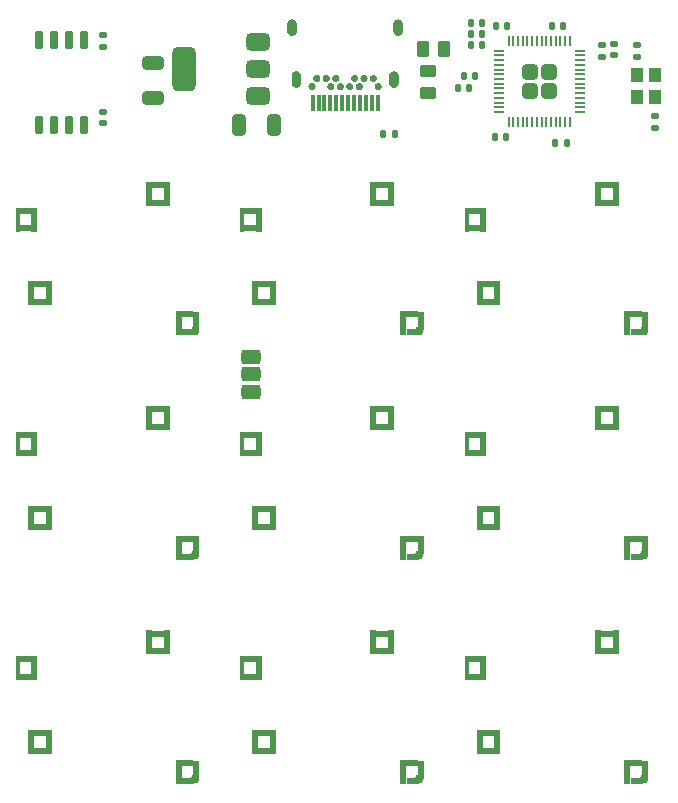
<source format=gtp>
%TF.GenerationSoftware,KiCad,Pcbnew,8.0.8*%
%TF.CreationDate,2025-02-13T21:53:56+01:00*%
%TF.ProjectId,macro33,6d616372-6f33-4332-9e6b-696361645f70,2*%
%TF.SameCoordinates,Original*%
%TF.FileFunction,Paste,Top*%
%TF.FilePolarity,Positive*%
%FSLAX46Y46*%
G04 Gerber Fmt 4.6, Leading zero omitted, Abs format (unit mm)*
G04 Created by KiCad (PCBNEW 8.0.8) date 2025-02-13 21:53:56*
%MOMM*%
%LPD*%
G01*
G04 APERTURE LIST*
G04 Aperture macros list*
%AMRoundRect*
0 Rectangle with rounded corners*
0 $1 Rounding radius*
0 $2 $3 $4 $5 $6 $7 $8 $9 X,Y pos of 4 corners*
0 Add a 4 corners polygon primitive as box body*
4,1,4,$2,$3,$4,$5,$6,$7,$8,$9,$2,$3,0*
0 Add four circle primitives for the rounded corners*
1,1,$1+$1,$2,$3*
1,1,$1+$1,$4,$5*
1,1,$1+$1,$6,$7*
1,1,$1+$1,$8,$9*
0 Add four rect primitives between the rounded corners*
20,1,$1+$1,$2,$3,$4,$5,0*
20,1,$1+$1,$4,$5,$6,$7,0*
20,1,$1+$1,$6,$7,$8,$9,0*
20,1,$1+$1,$8,$9,$2,$3,0*%
G04 Aperture macros list end*
%ADD10C,0.000000*%
%ADD11RoundRect,0.140000X-0.170000X0.140000X-0.170000X-0.140000X0.170000X-0.140000X0.170000X0.140000X0*%
%ADD12RoundRect,0.250000X-0.262500X-0.450000X0.262500X-0.450000X0.262500X0.450000X-0.262500X0.450000X0*%
%ADD13RoundRect,0.375000X0.625000X0.375000X-0.625000X0.375000X-0.625000X-0.375000X0.625000X-0.375000X0*%
%ADD14RoundRect,0.500000X0.500000X1.400000X-0.500000X1.400000X-0.500000X-1.400000X0.500000X-1.400000X0*%
%ADD15RoundRect,0.250000X0.450000X-0.262500X0.450000X0.262500X-0.450000X0.262500X-0.450000X-0.262500X0*%
%ADD16RoundRect,0.135000X0.135000X0.185000X-0.135000X0.185000X-0.135000X-0.185000X0.135000X-0.185000X0*%
%ADD17RoundRect,0.140000X0.140000X0.170000X-0.140000X0.170000X-0.140000X-0.170000X0.140000X-0.170000X0*%
%ADD18RoundRect,0.140000X-0.140000X-0.170000X0.140000X-0.170000X0.140000X0.170000X-0.140000X0.170000X0*%
%ADD19RoundRect,0.249999X0.395001X-0.395001X0.395001X0.395001X-0.395001X0.395001X-0.395001X-0.395001X0*%
%ADD20RoundRect,0.050000X0.050000X-0.387500X0.050000X0.387500X-0.050000X0.387500X-0.050000X-0.387500X0*%
%ADD21RoundRect,0.050000X0.387500X-0.050000X0.387500X0.050000X-0.387500X0.050000X-0.387500X-0.050000X0*%
%ADD22RoundRect,0.140000X0.170000X-0.140000X0.170000X0.140000X-0.170000X0.140000X-0.170000X-0.140000X0*%
%ADD23R,0.300000X1.400000*%
%ADD24RoundRect,0.135000X0.185000X-0.135000X0.185000X0.135000X-0.185000X0.135000X-0.185000X-0.135000X0*%
%ADD25RoundRect,0.315500X-0.506000X-0.315500X0.506000X-0.315500X0.506000X0.315500X-0.506000X0.315500X0*%
%ADD26RoundRect,0.150000X-0.150000X0.650000X-0.150000X-0.650000X0.150000X-0.650000X0.150000X0.650000X0*%
%ADD27RoundRect,0.250000X-0.650000X0.325000X-0.650000X-0.325000X0.650000X-0.325000X0.650000X0.325000X0*%
%ADD28R,1.100000X1.200000*%
%ADD29RoundRect,0.250000X0.325000X0.650000X-0.325000X0.650000X-0.325000X-0.650000X0.325000X-0.650000X0*%
%ADD30R,0.300000X2.000000*%
%ADD31R,1.000000X0.500000*%
%ADD32R,0.500000X2.000000*%
%ADD33R,1.125000X0.500000*%
%ADD34C,0.750000*%
%ADD35R,0.500000X1.625000*%
G04 APERTURE END LIST*
D10*
%TO.C,USBC1*%
G36*
X79150000Y-72998500D02*
G01*
X78850500Y-72998500D01*
X78850500Y-71599000D01*
X79150000Y-71599000D01*
X79150000Y-72998500D01*
G37*
G36*
X79650500Y-72998500D02*
G01*
X79351000Y-72998500D01*
X79351000Y-71599000D01*
X79650500Y-71599000D01*
X79650500Y-72998500D01*
G37*
G36*
X80151000Y-72998500D02*
G01*
X79851000Y-72998500D01*
X79851000Y-71599000D01*
X80151000Y-71599000D01*
X80151000Y-72998500D01*
G37*
G36*
X80651500Y-72998500D02*
G01*
X80349000Y-72998500D01*
X80349000Y-71599000D01*
X80651500Y-71599000D01*
X80651500Y-72998500D01*
G37*
G36*
X81149000Y-72998500D02*
G01*
X80849500Y-72998500D01*
X80849500Y-71599000D01*
X81149000Y-71599000D01*
X81149000Y-72998500D01*
G37*
G36*
X81649500Y-72998500D02*
G01*
X81350000Y-72998500D01*
X81350000Y-71599000D01*
X81649500Y-71599000D01*
X81649500Y-72998500D01*
G37*
G36*
X82150000Y-72998500D02*
G01*
X81850000Y-72998500D01*
X81850000Y-71599000D01*
X82150000Y-71599000D01*
X82150000Y-72998500D01*
G37*
G36*
X82650500Y-72998500D02*
G01*
X82350500Y-72998500D01*
X82350500Y-71599000D01*
X82650500Y-71599000D01*
X82650500Y-72998500D01*
G37*
G36*
X83150500Y-72998500D02*
G01*
X82851000Y-72998500D01*
X82851000Y-71599000D01*
X83150500Y-71599000D01*
X83150500Y-72998500D01*
G37*
G36*
X83651000Y-72998500D02*
G01*
X83351500Y-72998500D01*
X83351500Y-71599000D01*
X83651000Y-71599000D01*
X83651000Y-72998500D01*
G37*
G36*
X84151500Y-72998500D02*
G01*
X83849000Y-72998500D01*
X83849000Y-71599000D01*
X84151500Y-71599000D01*
X84151500Y-72998500D01*
G37*
G36*
X84649000Y-72998500D02*
G01*
X84349500Y-72998500D01*
X84349500Y-71599000D01*
X84649000Y-71599000D01*
X84649000Y-72998500D01*
G37*
G36*
X78981500Y-70599500D02*
G01*
X79006500Y-70603500D01*
X79031000Y-70609000D01*
X79054500Y-70617000D01*
X79078000Y-70626500D01*
X79100000Y-70638000D01*
X79121500Y-70651500D01*
X79141500Y-70667000D01*
X79160000Y-70683500D01*
X79177500Y-70702000D01*
X79193000Y-70721500D01*
X79207000Y-70742500D01*
X79219000Y-70764500D01*
X79229000Y-70787500D01*
X79237500Y-70811500D01*
X79243500Y-70835500D01*
X79248000Y-70860500D01*
X79250000Y-70885500D01*
X79250000Y-70910500D01*
X79248000Y-70935500D01*
X79243500Y-70960500D01*
X79237500Y-70984500D01*
X79229000Y-71008500D01*
X79219000Y-71031500D01*
X79207000Y-71053500D01*
X79193000Y-71074500D01*
X79177500Y-71094000D01*
X79160000Y-71112500D01*
X79141500Y-71129000D01*
X79121500Y-71144500D01*
X79100000Y-71158000D01*
X79078000Y-71169500D01*
X79054500Y-71179000D01*
X79031000Y-71187000D01*
X79006500Y-71192500D01*
X78981500Y-71196500D01*
X78956500Y-71198000D01*
X78931500Y-71197500D01*
X78906500Y-71195000D01*
X78881500Y-71190000D01*
X78857500Y-71183500D01*
X78834000Y-71174500D01*
X78811000Y-71164000D01*
X78789500Y-71151500D01*
X78769000Y-71137000D01*
X78749500Y-71121000D01*
X78731500Y-71103500D01*
X78715000Y-71084500D01*
X78700500Y-71064000D01*
X78687500Y-71042500D01*
X78676000Y-71020000D01*
X78667000Y-70996500D01*
X78659500Y-70972500D01*
X78654500Y-70948000D01*
X78651000Y-70923000D01*
X78650000Y-70898000D01*
X78651000Y-70873000D01*
X78654500Y-70848000D01*
X78659500Y-70823500D01*
X78667000Y-70799500D01*
X78676000Y-70776000D01*
X78687500Y-70753500D01*
X78700500Y-70732000D01*
X78715000Y-70711500D01*
X78731500Y-70692500D01*
X78749500Y-70675000D01*
X78769000Y-70659000D01*
X78789500Y-70644500D01*
X78811000Y-70632000D01*
X78834000Y-70621500D01*
X78857500Y-70612500D01*
X78881500Y-70606000D01*
X78906500Y-70601000D01*
X78931500Y-70598500D01*
X78956500Y-70598000D01*
X78981500Y-70599500D01*
G37*
G36*
X79381500Y-69899500D02*
G01*
X79406500Y-69903500D01*
X79431000Y-69909000D01*
X79455000Y-69917000D01*
X79478000Y-69926500D01*
X79500000Y-69938000D01*
X79521500Y-69951500D01*
X79541500Y-69967000D01*
X79560000Y-69983500D01*
X79577500Y-70002000D01*
X79593000Y-70021500D01*
X79607000Y-70042500D01*
X79619000Y-70064500D01*
X79629000Y-70087500D01*
X79637500Y-70111500D01*
X79643500Y-70135500D01*
X79648000Y-70160500D01*
X79650000Y-70185500D01*
X79650000Y-70210500D01*
X79648000Y-70235500D01*
X79643500Y-70260500D01*
X79637500Y-70284500D01*
X79629000Y-70308500D01*
X79619000Y-70331500D01*
X79607000Y-70353500D01*
X79593000Y-70374500D01*
X79577500Y-70394000D01*
X79560000Y-70412500D01*
X79541500Y-70429000D01*
X79521500Y-70444500D01*
X79500000Y-70458000D01*
X79478000Y-70469500D01*
X79455000Y-70479000D01*
X79431000Y-70487000D01*
X79406500Y-70492500D01*
X79381500Y-70496500D01*
X79356500Y-70498000D01*
X79331500Y-70497500D01*
X79306500Y-70495000D01*
X79281500Y-70490000D01*
X79257500Y-70483500D01*
X79234000Y-70474500D01*
X79211000Y-70464000D01*
X79189500Y-70451500D01*
X79169000Y-70437000D01*
X79149500Y-70421000D01*
X79131500Y-70403500D01*
X79115000Y-70384500D01*
X79100500Y-70364000D01*
X79087500Y-70342500D01*
X79076000Y-70320000D01*
X79067000Y-70296500D01*
X79059500Y-70272500D01*
X79054500Y-70248000D01*
X79051000Y-70223000D01*
X79050000Y-70198000D01*
X79051000Y-70173000D01*
X79054500Y-70148000D01*
X79059500Y-70123500D01*
X79067000Y-70099500D01*
X79076000Y-70076000D01*
X79087500Y-70053500D01*
X79100500Y-70032000D01*
X79115000Y-70011500D01*
X79131500Y-69992500D01*
X79149500Y-69975000D01*
X79169000Y-69959000D01*
X79189500Y-69944500D01*
X79211000Y-69932000D01*
X79234000Y-69921500D01*
X79257500Y-69912500D01*
X79281500Y-69906000D01*
X79306500Y-69901000D01*
X79331500Y-69898500D01*
X79356500Y-69898000D01*
X79381500Y-69899500D01*
G37*
G36*
X80181500Y-69899500D02*
G01*
X80206500Y-69903500D01*
X80230500Y-69909000D01*
X80254500Y-69917000D01*
X80278000Y-69926500D01*
X80300000Y-69938000D01*
X80321500Y-69951500D01*
X80341500Y-69967000D01*
X80360000Y-69983500D01*
X80377000Y-70002000D01*
X80393000Y-70021500D01*
X80406500Y-70042500D01*
X80419000Y-70064500D01*
X80429000Y-70087500D01*
X80437500Y-70111500D01*
X80443500Y-70135500D01*
X80447500Y-70160500D01*
X80450000Y-70185500D01*
X80450000Y-70210500D01*
X80447500Y-70235500D01*
X80443500Y-70260500D01*
X80437500Y-70284500D01*
X80429000Y-70308500D01*
X80419000Y-70331500D01*
X80406500Y-70353500D01*
X80393000Y-70374500D01*
X80377000Y-70394000D01*
X80360000Y-70412500D01*
X80341500Y-70429000D01*
X80321500Y-70444500D01*
X80300000Y-70458000D01*
X80278000Y-70469500D01*
X80254500Y-70479000D01*
X80230500Y-70487000D01*
X80206500Y-70492500D01*
X80181500Y-70496500D01*
X80156500Y-70498000D01*
X80131000Y-70497500D01*
X80106000Y-70495000D01*
X80081500Y-70490000D01*
X80057500Y-70483500D01*
X80034000Y-70474500D01*
X80011000Y-70464000D01*
X79989500Y-70451500D01*
X79968500Y-70437000D01*
X79949500Y-70421000D01*
X79931500Y-70403500D01*
X79915000Y-70384500D01*
X79900000Y-70364000D01*
X79887000Y-70342500D01*
X79876000Y-70320000D01*
X79866500Y-70296500D01*
X79859500Y-70272500D01*
X79854000Y-70248000D01*
X79851000Y-70223000D01*
X79850000Y-70198000D01*
X79851000Y-70173000D01*
X79854000Y-70148000D01*
X79859500Y-70123500D01*
X79866500Y-70099500D01*
X79876000Y-70076000D01*
X79887000Y-70053500D01*
X79900000Y-70032000D01*
X79915000Y-70011500D01*
X79931500Y-69992500D01*
X79949500Y-69975000D01*
X79968500Y-69959000D01*
X79989500Y-69944500D01*
X80011000Y-69932000D01*
X80034000Y-69921500D01*
X80057500Y-69912500D01*
X80081500Y-69906000D01*
X80106000Y-69901000D01*
X80131000Y-69898500D01*
X80156500Y-69898000D01*
X80181500Y-69899500D01*
G37*
G36*
X80581500Y-70599500D02*
G01*
X80606500Y-70603500D01*
X80631000Y-70609000D01*
X80654500Y-70617000D01*
X80678000Y-70626500D01*
X80700000Y-70638000D01*
X80721500Y-70651500D01*
X80741500Y-70667000D01*
X80760000Y-70683500D01*
X80777000Y-70702000D01*
X80793000Y-70721500D01*
X80806500Y-70742500D01*
X80819000Y-70764500D01*
X80829000Y-70787500D01*
X80837500Y-70811500D01*
X80843500Y-70835500D01*
X80847500Y-70860500D01*
X80850000Y-70885500D01*
X80850000Y-70910500D01*
X80847500Y-70935500D01*
X80843500Y-70960500D01*
X80837500Y-70984500D01*
X80829000Y-71008500D01*
X80819000Y-71031500D01*
X80806500Y-71053500D01*
X80793000Y-71074500D01*
X80777000Y-71094000D01*
X80760000Y-71112500D01*
X80741500Y-71129000D01*
X80721500Y-71144500D01*
X80700000Y-71158000D01*
X80678000Y-71169500D01*
X80654500Y-71179000D01*
X80631000Y-71187000D01*
X80606500Y-71192500D01*
X80581500Y-71196500D01*
X80556500Y-71198000D01*
X80531500Y-71197500D01*
X80506500Y-71195000D01*
X80481500Y-71190000D01*
X80457500Y-71183500D01*
X80434000Y-71174500D01*
X80411000Y-71164000D01*
X80389500Y-71151500D01*
X80368500Y-71137000D01*
X80349500Y-71121000D01*
X80331500Y-71103500D01*
X80315000Y-71084500D01*
X80300000Y-71064000D01*
X80287000Y-71042500D01*
X80276000Y-71020000D01*
X80267000Y-70996500D01*
X80259500Y-70972500D01*
X80254500Y-70948000D01*
X80251000Y-70923000D01*
X80250000Y-70898000D01*
X80251000Y-70873000D01*
X80254500Y-70848000D01*
X80259500Y-70823500D01*
X80267000Y-70799500D01*
X80276000Y-70776000D01*
X80287000Y-70753500D01*
X80300000Y-70732000D01*
X80315000Y-70711500D01*
X80331500Y-70692500D01*
X80349500Y-70675000D01*
X80368500Y-70659000D01*
X80389500Y-70644500D01*
X80411000Y-70632000D01*
X80434000Y-70621500D01*
X80457500Y-70612500D01*
X80481500Y-70606000D01*
X80506500Y-70601000D01*
X80531500Y-70598500D01*
X80556500Y-70598000D01*
X80581500Y-70599500D01*
G37*
G36*
X80981500Y-69899500D02*
G01*
X81006500Y-69903500D01*
X81031000Y-69909000D01*
X81054500Y-69917000D01*
X81078000Y-69926500D01*
X81100000Y-69938000D01*
X81121500Y-69951500D01*
X81141500Y-69967000D01*
X81160000Y-69983500D01*
X81177500Y-70002000D01*
X81193000Y-70021500D01*
X81207000Y-70042500D01*
X81219000Y-70064500D01*
X81229000Y-70087500D01*
X81237500Y-70111500D01*
X81243500Y-70135500D01*
X81248000Y-70160500D01*
X81250000Y-70185500D01*
X81250000Y-70210500D01*
X81248000Y-70235500D01*
X81243500Y-70260500D01*
X81237500Y-70284500D01*
X81229000Y-70308500D01*
X81219000Y-70331500D01*
X81207000Y-70353500D01*
X81193000Y-70374500D01*
X81177500Y-70394000D01*
X81160000Y-70412500D01*
X81141500Y-70429000D01*
X81121500Y-70444500D01*
X81100000Y-70458000D01*
X81078000Y-70469500D01*
X81054500Y-70479000D01*
X81031000Y-70487000D01*
X81006500Y-70492500D01*
X80981500Y-70496500D01*
X80956500Y-70498000D01*
X80931500Y-70497500D01*
X80906500Y-70495000D01*
X80881500Y-70490000D01*
X80857500Y-70483500D01*
X80834000Y-70474500D01*
X80811000Y-70464000D01*
X80789500Y-70451500D01*
X80769000Y-70437000D01*
X80749500Y-70421000D01*
X80731500Y-70403500D01*
X80715000Y-70384500D01*
X80700500Y-70364000D01*
X80687500Y-70342500D01*
X80676000Y-70320000D01*
X80667000Y-70296500D01*
X80659500Y-70272500D01*
X80654500Y-70248000D01*
X80651000Y-70223000D01*
X80650000Y-70198000D01*
X80651000Y-70173000D01*
X80654500Y-70148000D01*
X80659500Y-70123500D01*
X80667000Y-70099500D01*
X80676000Y-70076000D01*
X80687500Y-70053500D01*
X80700500Y-70032000D01*
X80715000Y-70011500D01*
X80731500Y-69992500D01*
X80749500Y-69975000D01*
X80769000Y-69959000D01*
X80789500Y-69944500D01*
X80811000Y-69932000D01*
X80834000Y-69921500D01*
X80857500Y-69912500D01*
X80881500Y-69906000D01*
X80906500Y-69901000D01*
X80931500Y-69898500D01*
X80956500Y-69898000D01*
X80981500Y-69899500D01*
G37*
G36*
X81381500Y-70599500D02*
G01*
X81406500Y-70603500D01*
X81431000Y-70609000D01*
X81455000Y-70617000D01*
X81478000Y-70626500D01*
X81500000Y-70638000D01*
X81521500Y-70651500D01*
X81541500Y-70667000D01*
X81560000Y-70683500D01*
X81577500Y-70702000D01*
X81593000Y-70721500D01*
X81607000Y-70742500D01*
X81619000Y-70764500D01*
X81629000Y-70787500D01*
X81637500Y-70811500D01*
X81643500Y-70835500D01*
X81648000Y-70860500D01*
X81650000Y-70885500D01*
X81650000Y-70910500D01*
X81648000Y-70935500D01*
X81643500Y-70960500D01*
X81637500Y-70984500D01*
X81629000Y-71008500D01*
X81619000Y-71031500D01*
X81607000Y-71053500D01*
X81593000Y-71074500D01*
X81577500Y-71094000D01*
X81560000Y-71112500D01*
X81541500Y-71129000D01*
X81521500Y-71144500D01*
X81500000Y-71158000D01*
X81478000Y-71169500D01*
X81455000Y-71179000D01*
X81431000Y-71187000D01*
X81406500Y-71192500D01*
X81381500Y-71196500D01*
X81356500Y-71198000D01*
X81331500Y-71197500D01*
X81306500Y-71195000D01*
X81281500Y-71190000D01*
X81257500Y-71183500D01*
X81234000Y-71174500D01*
X81211000Y-71164000D01*
X81189500Y-71151500D01*
X81169000Y-71137000D01*
X81149500Y-71121000D01*
X81131500Y-71103500D01*
X81115000Y-71084500D01*
X81100500Y-71064000D01*
X81087500Y-71042500D01*
X81076000Y-71020000D01*
X81067000Y-70996500D01*
X81059500Y-70972500D01*
X81054500Y-70948000D01*
X81051000Y-70923000D01*
X81050000Y-70898000D01*
X81051000Y-70873000D01*
X81054500Y-70848000D01*
X81059500Y-70823500D01*
X81067000Y-70799500D01*
X81076000Y-70776000D01*
X81087500Y-70753500D01*
X81100500Y-70732000D01*
X81115000Y-70711500D01*
X81131500Y-70692500D01*
X81149500Y-70675000D01*
X81169000Y-70659000D01*
X81189500Y-70644500D01*
X81211000Y-70632000D01*
X81234000Y-70621500D01*
X81257500Y-70612500D01*
X81281500Y-70606000D01*
X81306500Y-70601000D01*
X81331500Y-70598500D01*
X81356500Y-70598000D01*
X81381500Y-70599500D01*
G37*
G36*
X82181500Y-70599500D02*
G01*
X82206500Y-70603500D01*
X82230500Y-70609000D01*
X82254500Y-70617000D01*
X82278000Y-70626500D01*
X82300000Y-70638000D01*
X82321500Y-70651500D01*
X82341500Y-70667000D01*
X82360000Y-70683500D01*
X82377000Y-70702000D01*
X82392500Y-70721500D01*
X82406500Y-70742500D01*
X82419000Y-70764500D01*
X82429000Y-70787500D01*
X82437000Y-70811500D01*
X82443500Y-70835500D01*
X82447500Y-70860500D01*
X82450000Y-70885500D01*
X82450000Y-70910500D01*
X82447500Y-70935500D01*
X82443500Y-70960500D01*
X82437000Y-70984500D01*
X82429000Y-71008500D01*
X82419000Y-71031500D01*
X82406500Y-71053500D01*
X82392500Y-71074500D01*
X82377000Y-71094000D01*
X82360000Y-71112500D01*
X82341500Y-71129000D01*
X82321500Y-71144500D01*
X82300000Y-71158000D01*
X82278000Y-71169500D01*
X82254500Y-71179000D01*
X82230500Y-71187000D01*
X82206500Y-71192500D01*
X82181500Y-71196500D01*
X82156500Y-71198000D01*
X82131000Y-71197500D01*
X82106000Y-71195000D01*
X82081500Y-71190000D01*
X82057500Y-71183500D01*
X82034000Y-71174500D01*
X82011000Y-71164000D01*
X81989500Y-71151500D01*
X81968500Y-71137000D01*
X81949500Y-71121000D01*
X81931500Y-71103500D01*
X81915000Y-71084500D01*
X81900000Y-71064000D01*
X81887000Y-71042500D01*
X81876000Y-71020000D01*
X81866500Y-70996500D01*
X81859500Y-70972500D01*
X81854000Y-70948000D01*
X81851000Y-70923000D01*
X81850000Y-70898000D01*
X81851000Y-70873000D01*
X81854000Y-70848000D01*
X81859500Y-70823500D01*
X81866500Y-70799500D01*
X81876000Y-70776000D01*
X81887000Y-70753500D01*
X81900000Y-70732000D01*
X81915000Y-70711500D01*
X81931500Y-70692500D01*
X81949500Y-70675000D01*
X81968500Y-70659000D01*
X81989500Y-70644500D01*
X82011000Y-70632000D01*
X82034000Y-70621500D01*
X82057500Y-70612500D01*
X82081500Y-70606000D01*
X82106000Y-70601000D01*
X82131000Y-70598500D01*
X82156500Y-70598000D01*
X82181500Y-70599500D01*
G37*
G36*
X82581500Y-69899500D02*
G01*
X82606500Y-69903500D01*
X82631000Y-69909000D01*
X82654500Y-69917000D01*
X82678000Y-69926500D01*
X82700000Y-69938000D01*
X82721500Y-69951500D01*
X82741500Y-69967000D01*
X82760000Y-69983500D01*
X82777000Y-70002000D01*
X82793000Y-70021500D01*
X82806500Y-70042500D01*
X82819000Y-70064500D01*
X82829000Y-70087500D01*
X82837500Y-70111500D01*
X82843500Y-70135500D01*
X82847500Y-70160500D01*
X82850000Y-70185500D01*
X82850000Y-70210500D01*
X82847500Y-70235500D01*
X82843500Y-70260500D01*
X82837500Y-70284500D01*
X82829000Y-70308500D01*
X82819000Y-70331500D01*
X82806500Y-70353500D01*
X82793000Y-70374500D01*
X82777000Y-70394000D01*
X82760000Y-70412500D01*
X82741500Y-70429000D01*
X82721500Y-70444500D01*
X82700000Y-70458000D01*
X82678000Y-70469500D01*
X82654500Y-70479000D01*
X82631000Y-70487000D01*
X82606500Y-70492500D01*
X82581500Y-70496500D01*
X82556500Y-70498000D01*
X82531500Y-70497500D01*
X82506500Y-70495000D01*
X82481500Y-70490000D01*
X82457500Y-70483500D01*
X82434000Y-70474500D01*
X82411000Y-70464000D01*
X82389500Y-70451500D01*
X82368500Y-70437000D01*
X82349500Y-70421000D01*
X82331500Y-70403500D01*
X82315000Y-70384500D01*
X82300000Y-70364000D01*
X82287000Y-70342500D01*
X82276000Y-70320000D01*
X82267000Y-70296500D01*
X82259500Y-70272500D01*
X82254500Y-70248000D01*
X82251000Y-70223000D01*
X82250000Y-70198000D01*
X82251000Y-70173000D01*
X82254500Y-70148000D01*
X82259500Y-70123500D01*
X82267000Y-70099500D01*
X82276000Y-70076000D01*
X82287000Y-70053500D01*
X82300000Y-70032000D01*
X82315000Y-70011500D01*
X82331500Y-69992500D01*
X82349500Y-69975000D01*
X82368500Y-69959000D01*
X82389500Y-69944500D01*
X82411000Y-69932000D01*
X82434000Y-69921500D01*
X82457500Y-69912500D01*
X82481500Y-69906000D01*
X82506500Y-69901000D01*
X82531500Y-69898500D01*
X82556500Y-69898000D01*
X82581500Y-69899500D01*
G37*
G36*
X82981500Y-70599500D02*
G01*
X83006500Y-70603500D01*
X83031000Y-70609000D01*
X83054500Y-70617000D01*
X83078000Y-70626500D01*
X83100000Y-70638000D01*
X83121500Y-70651500D01*
X83141500Y-70667000D01*
X83160000Y-70683500D01*
X83177500Y-70702000D01*
X83193000Y-70721500D01*
X83207000Y-70742500D01*
X83219000Y-70764500D01*
X83229000Y-70787500D01*
X83237500Y-70811500D01*
X83243500Y-70835500D01*
X83248000Y-70860500D01*
X83250000Y-70885500D01*
X83250000Y-70910500D01*
X83248000Y-70935500D01*
X83243500Y-70960500D01*
X83237500Y-70984500D01*
X83229000Y-71008500D01*
X83219000Y-71031500D01*
X83207000Y-71053500D01*
X83193000Y-71074500D01*
X83177500Y-71094000D01*
X83160000Y-71112500D01*
X83141500Y-71129000D01*
X83121500Y-71144500D01*
X83100000Y-71158000D01*
X83078000Y-71169500D01*
X83054500Y-71179000D01*
X83031000Y-71187000D01*
X83006500Y-71192500D01*
X82981500Y-71196500D01*
X82956500Y-71198000D01*
X82931500Y-71197500D01*
X82906500Y-71195000D01*
X82881500Y-71190000D01*
X82857500Y-71183500D01*
X82834000Y-71174500D01*
X82811000Y-71164000D01*
X82789500Y-71151500D01*
X82769000Y-71137000D01*
X82749500Y-71121000D01*
X82731500Y-71103500D01*
X82715000Y-71084500D01*
X82700500Y-71064000D01*
X82687500Y-71042500D01*
X82676000Y-71020000D01*
X82667000Y-70996500D01*
X82659500Y-70972500D01*
X82654500Y-70948000D01*
X82651000Y-70923000D01*
X82650000Y-70898000D01*
X82651000Y-70873000D01*
X82654500Y-70848000D01*
X82659500Y-70823500D01*
X82667000Y-70799500D01*
X82676000Y-70776000D01*
X82687500Y-70753500D01*
X82700500Y-70732000D01*
X82715000Y-70711500D01*
X82731500Y-70692500D01*
X82749500Y-70675000D01*
X82769000Y-70659000D01*
X82789500Y-70644500D01*
X82811000Y-70632000D01*
X82834000Y-70621500D01*
X82857500Y-70612500D01*
X82881500Y-70606000D01*
X82906500Y-70601000D01*
X82931500Y-70598500D01*
X82956500Y-70598000D01*
X82981500Y-70599500D01*
G37*
G36*
X83381500Y-69899500D02*
G01*
X83406500Y-69903500D01*
X83431000Y-69909000D01*
X83455000Y-69917000D01*
X83478000Y-69926500D01*
X83500000Y-69938000D01*
X83521500Y-69951500D01*
X83541500Y-69967000D01*
X83560000Y-69983500D01*
X83577500Y-70002000D01*
X83593000Y-70021500D01*
X83607000Y-70042500D01*
X83619000Y-70064500D01*
X83629000Y-70087500D01*
X83637500Y-70111500D01*
X83643500Y-70135500D01*
X83648000Y-70160500D01*
X83650000Y-70185500D01*
X83650000Y-70210500D01*
X83648000Y-70235500D01*
X83643500Y-70260500D01*
X83637500Y-70284500D01*
X83629000Y-70308500D01*
X83619000Y-70331500D01*
X83607000Y-70353500D01*
X83593000Y-70374500D01*
X83577500Y-70394000D01*
X83560000Y-70412500D01*
X83541500Y-70429000D01*
X83521500Y-70444500D01*
X83500000Y-70458000D01*
X83478000Y-70469500D01*
X83455000Y-70479000D01*
X83431000Y-70487000D01*
X83406500Y-70492500D01*
X83381500Y-70496500D01*
X83356500Y-70498000D01*
X83331500Y-70497500D01*
X83306500Y-70495000D01*
X83281500Y-70490000D01*
X83257500Y-70483500D01*
X83234000Y-70474500D01*
X83211000Y-70464000D01*
X83189500Y-70451500D01*
X83169000Y-70437000D01*
X83149500Y-70421000D01*
X83131500Y-70403500D01*
X83115000Y-70384500D01*
X83100500Y-70364000D01*
X83087500Y-70342500D01*
X83076000Y-70320000D01*
X83067000Y-70296500D01*
X83059500Y-70272500D01*
X83054500Y-70248000D01*
X83051000Y-70223000D01*
X83050000Y-70198000D01*
X83051000Y-70173000D01*
X83054500Y-70148000D01*
X83059500Y-70123500D01*
X83067000Y-70099500D01*
X83076000Y-70076000D01*
X83087500Y-70053500D01*
X83100500Y-70032000D01*
X83115000Y-70011500D01*
X83131500Y-69992500D01*
X83149500Y-69975000D01*
X83169000Y-69959000D01*
X83189500Y-69944500D01*
X83211000Y-69932000D01*
X83234000Y-69921500D01*
X83257500Y-69912500D01*
X83281500Y-69906000D01*
X83306500Y-69901000D01*
X83331500Y-69898500D01*
X83356500Y-69898000D01*
X83381500Y-69899500D01*
G37*
G36*
X84181500Y-69899500D02*
G01*
X84206500Y-69903500D01*
X84230500Y-69909000D01*
X84254500Y-69917000D01*
X84278000Y-69926500D01*
X84300000Y-69938000D01*
X84321500Y-69951500D01*
X84341500Y-69967000D01*
X84360000Y-69983500D01*
X84377000Y-70002000D01*
X84392500Y-70021500D01*
X84406500Y-70042500D01*
X84419000Y-70064500D01*
X84429000Y-70087500D01*
X84437000Y-70111500D01*
X84443500Y-70135500D01*
X84447500Y-70160500D01*
X84450000Y-70185500D01*
X84450000Y-70210500D01*
X84447500Y-70235500D01*
X84443500Y-70260500D01*
X84437000Y-70284500D01*
X84429000Y-70308500D01*
X84419000Y-70331500D01*
X84406500Y-70353500D01*
X84392500Y-70374500D01*
X84377000Y-70394000D01*
X84360000Y-70412500D01*
X84341500Y-70429000D01*
X84321500Y-70444500D01*
X84300000Y-70458000D01*
X84278000Y-70469500D01*
X84254500Y-70479000D01*
X84230500Y-70487000D01*
X84206500Y-70492500D01*
X84181500Y-70496500D01*
X84156500Y-70498000D01*
X84131000Y-70497500D01*
X84106000Y-70495000D01*
X84081500Y-70490000D01*
X84057500Y-70483500D01*
X84034000Y-70474500D01*
X84011000Y-70464000D01*
X83989500Y-70451500D01*
X83968500Y-70437000D01*
X83949500Y-70421000D01*
X83931500Y-70403500D01*
X83915000Y-70384500D01*
X83900000Y-70364000D01*
X83887000Y-70342500D01*
X83876000Y-70320000D01*
X83866500Y-70296500D01*
X83859500Y-70272500D01*
X83854000Y-70248000D01*
X83851000Y-70223000D01*
X83850000Y-70198000D01*
X83851000Y-70173000D01*
X83854000Y-70148000D01*
X83859500Y-70123500D01*
X83866500Y-70099500D01*
X83876000Y-70076000D01*
X83887000Y-70053500D01*
X83900000Y-70032000D01*
X83915000Y-70011500D01*
X83931500Y-69992500D01*
X83949500Y-69975000D01*
X83968500Y-69959000D01*
X83989500Y-69944500D01*
X84011000Y-69932000D01*
X84034000Y-69921500D01*
X84057500Y-69912500D01*
X84081500Y-69906000D01*
X84106000Y-69901000D01*
X84131000Y-69898500D01*
X84156500Y-69898000D01*
X84181500Y-69899500D01*
G37*
G36*
X84581500Y-70599500D02*
G01*
X84606500Y-70603500D01*
X84631000Y-70609000D01*
X84654500Y-70617000D01*
X84678000Y-70626500D01*
X84700000Y-70638000D01*
X84721500Y-70651500D01*
X84741500Y-70667000D01*
X84760000Y-70683500D01*
X84777000Y-70702000D01*
X84793000Y-70721500D01*
X84806500Y-70742500D01*
X84819000Y-70764500D01*
X84829000Y-70787500D01*
X84837500Y-70811500D01*
X84843500Y-70835500D01*
X84847500Y-70860500D01*
X84850000Y-70885500D01*
X84850000Y-70910500D01*
X84847500Y-70935500D01*
X84843500Y-70960500D01*
X84837500Y-70984500D01*
X84829000Y-71008500D01*
X84819000Y-71031500D01*
X84806500Y-71053500D01*
X84793000Y-71074500D01*
X84777000Y-71094000D01*
X84760000Y-71112500D01*
X84741500Y-71129000D01*
X84721500Y-71144500D01*
X84700000Y-71158000D01*
X84678000Y-71169500D01*
X84654500Y-71179000D01*
X84631000Y-71187000D01*
X84606500Y-71192500D01*
X84581500Y-71196500D01*
X84556500Y-71198000D01*
X84531000Y-71197500D01*
X84506500Y-71195000D01*
X84481500Y-71190000D01*
X84457500Y-71183500D01*
X84434000Y-71174500D01*
X84411000Y-71164000D01*
X84389500Y-71151500D01*
X84368500Y-71137000D01*
X84349500Y-71121000D01*
X84331500Y-71103500D01*
X84315000Y-71084500D01*
X84300000Y-71064000D01*
X84287000Y-71042500D01*
X84276000Y-71020000D01*
X84267000Y-70996500D01*
X84259500Y-70972500D01*
X84254500Y-70948000D01*
X84251000Y-70923000D01*
X84250000Y-70898000D01*
X84251000Y-70873000D01*
X84254500Y-70848000D01*
X84259500Y-70823500D01*
X84267000Y-70799500D01*
X84276000Y-70776000D01*
X84287000Y-70753500D01*
X84300000Y-70732000D01*
X84315000Y-70711500D01*
X84331500Y-70692500D01*
X84349500Y-70675000D01*
X84368500Y-70659000D01*
X84389500Y-70644500D01*
X84411000Y-70632000D01*
X84434000Y-70621500D01*
X84457500Y-70612500D01*
X84481500Y-70606000D01*
X84506500Y-70601000D01*
X84531000Y-70598500D01*
X84556500Y-70598000D01*
X84581500Y-70599500D01*
G37*
G36*
X77290000Y-65209500D02*
G01*
X77310000Y-65211500D01*
X77329500Y-65214500D01*
X77349000Y-65218000D01*
X77368500Y-65223000D01*
X77387500Y-65229000D01*
X77406000Y-65236000D01*
X77424500Y-65243500D01*
X77442500Y-65252000D01*
X77460000Y-65262000D01*
X77477000Y-65272000D01*
X77493500Y-65283500D01*
X77509500Y-65295500D01*
X77524500Y-65308500D01*
X77539500Y-65322000D01*
X77553500Y-65336000D01*
X77566500Y-65351000D01*
X77579000Y-65366500D01*
X77590500Y-65383000D01*
X77601500Y-65399500D01*
X77611500Y-65417000D01*
X77620500Y-65434500D01*
X77628500Y-65453000D01*
X77636000Y-65471500D01*
X77642500Y-65490500D01*
X77647500Y-65509500D01*
X77652000Y-65529000D01*
X77655500Y-65548500D01*
X77658000Y-65568500D01*
X77659500Y-65588000D01*
X77660000Y-65608000D01*
X77660000Y-66208000D01*
X77659500Y-66228000D01*
X77658000Y-66248000D01*
X77655500Y-66268000D01*
X77652000Y-66287500D01*
X77647500Y-66307000D01*
X77642500Y-66326000D01*
X77636000Y-66345000D01*
X77628500Y-66363500D01*
X77620500Y-66381500D01*
X77611500Y-66399500D01*
X77601500Y-66417000D01*
X77590500Y-66433500D01*
X77579000Y-66449500D01*
X77566500Y-66465500D01*
X77553500Y-66480000D01*
X77539500Y-66494500D01*
X77524500Y-66508000D01*
X77509500Y-66521000D01*
X77493500Y-66533000D01*
X77477000Y-66544000D01*
X77460000Y-66554500D01*
X77442500Y-66564000D01*
X77424500Y-66573000D01*
X77406000Y-66580500D01*
X77387500Y-66587500D01*
X77368500Y-66593000D01*
X77349000Y-66598000D01*
X77329500Y-66602000D01*
X77310000Y-66605000D01*
X77290000Y-66607000D01*
X77270000Y-66608000D01*
X77250000Y-66608000D01*
X77230000Y-66607000D01*
X77210500Y-66605000D01*
X77190500Y-66602000D01*
X77171000Y-66598000D01*
X77151500Y-66593000D01*
X77132500Y-66587500D01*
X77114000Y-66580500D01*
X77095500Y-66573000D01*
X77077500Y-66564000D01*
X77060000Y-66554500D01*
X77043000Y-66544000D01*
X77026500Y-66533000D01*
X77010500Y-66521000D01*
X76995500Y-66508000D01*
X76980500Y-66494500D01*
X76967000Y-66480000D01*
X76953500Y-66465500D01*
X76941000Y-66449500D01*
X76929500Y-66433500D01*
X76918500Y-66417000D01*
X76909000Y-66399500D01*
X76899500Y-66381500D01*
X76891500Y-66363500D01*
X76884000Y-66345000D01*
X76878000Y-66326000D01*
X76872500Y-66307000D01*
X76868000Y-66287500D01*
X76864500Y-66268000D01*
X76862000Y-66248000D01*
X76860500Y-66228000D01*
X76860000Y-66208000D01*
X76860000Y-65608000D01*
X76860500Y-65588000D01*
X76862000Y-65568500D01*
X76864500Y-65548500D01*
X76868000Y-65529000D01*
X76872500Y-65509500D01*
X76878000Y-65490500D01*
X76884000Y-65471500D01*
X76891500Y-65453000D01*
X76899500Y-65434500D01*
X76909000Y-65417000D01*
X76918500Y-65399500D01*
X76929500Y-65383000D01*
X76941000Y-65366500D01*
X76953500Y-65351000D01*
X76967000Y-65336000D01*
X76980500Y-65322000D01*
X76995500Y-65308500D01*
X77010500Y-65295500D01*
X77026500Y-65283500D01*
X77043000Y-65272000D01*
X77060000Y-65262000D01*
X77077500Y-65252000D01*
X77095500Y-65243500D01*
X77114000Y-65236000D01*
X77132500Y-65229000D01*
X77151500Y-65223000D01*
X77171000Y-65218000D01*
X77190500Y-65214500D01*
X77210500Y-65211500D01*
X77230000Y-65209500D01*
X77250000Y-65208500D01*
X77270000Y-65208500D01*
X77290000Y-65209500D01*
G37*
G36*
X77650000Y-69599000D02*
G01*
X77670000Y-69601000D01*
X77689500Y-69604000D01*
X77709000Y-69608000D01*
X77728500Y-69613000D01*
X77747500Y-69619000D01*
X77766500Y-69625500D01*
X77784500Y-69633500D01*
X77802500Y-69642000D01*
X77820000Y-69651500D01*
X77837000Y-69662000D01*
X77853500Y-69673500D01*
X77869500Y-69685500D01*
X77885000Y-69698000D01*
X77899500Y-69711500D01*
X77913500Y-69726000D01*
X77926500Y-69741000D01*
X77939000Y-69756500D01*
X77950500Y-69772500D01*
X77961500Y-69789500D01*
X77971500Y-69806500D01*
X77980500Y-69824500D01*
X77989000Y-69842500D01*
X77996000Y-69861500D01*
X78002500Y-69880000D01*
X78008000Y-69899500D01*
X78012500Y-69919000D01*
X78015500Y-69938500D01*
X78018000Y-69958000D01*
X78019500Y-69978000D01*
X78020000Y-69998000D01*
X78020000Y-70598000D01*
X78019500Y-70618000D01*
X78018000Y-70638000D01*
X78015500Y-70657500D01*
X78012500Y-70677500D01*
X78008000Y-70697000D01*
X78002500Y-70716000D01*
X77996000Y-70735000D01*
X77989000Y-70753500D01*
X77980500Y-70771500D01*
X77971500Y-70789500D01*
X77961500Y-70806500D01*
X77950500Y-70823500D01*
X77939000Y-70839500D01*
X77926500Y-70855000D01*
X77913500Y-70870000D01*
X77899500Y-70884500D01*
X77885000Y-70898000D01*
X77869500Y-70911000D01*
X77853500Y-70923000D01*
X77837000Y-70934000D01*
X77820000Y-70944500D01*
X77802500Y-70954000D01*
X77784500Y-70962500D01*
X77766500Y-70970500D01*
X77747500Y-70977000D01*
X77728500Y-70983000D01*
X77709000Y-70988000D01*
X77689500Y-70992000D01*
X77670000Y-70995000D01*
X77650000Y-70997000D01*
X77630000Y-70998000D01*
X77610000Y-70998000D01*
X77590500Y-70997000D01*
X77570500Y-70995000D01*
X77550500Y-70992000D01*
X77531000Y-70988000D01*
X77512000Y-70983000D01*
X77493000Y-70977000D01*
X77474000Y-70970500D01*
X77455500Y-70962500D01*
X77437500Y-70954000D01*
X77420000Y-70944500D01*
X77403000Y-70934000D01*
X77386500Y-70923000D01*
X77371000Y-70911000D01*
X77355500Y-70898000D01*
X77341000Y-70884500D01*
X77327000Y-70870000D01*
X77314000Y-70855000D01*
X77301500Y-70839500D01*
X77289500Y-70823500D01*
X77279000Y-70806500D01*
X77269000Y-70789500D01*
X77260000Y-70771500D01*
X77251500Y-70753500D01*
X77244500Y-70735000D01*
X77238000Y-70716000D01*
X77232500Y-70697000D01*
X77228000Y-70677500D01*
X77224500Y-70657500D01*
X77222000Y-70638000D01*
X77220500Y-70618000D01*
X77220000Y-70598000D01*
X77220000Y-69998000D01*
X77220500Y-69978000D01*
X77222000Y-69958000D01*
X77224500Y-69938500D01*
X77228000Y-69919000D01*
X77232500Y-69899500D01*
X77238000Y-69880000D01*
X77244500Y-69861500D01*
X77251500Y-69842500D01*
X77260000Y-69824500D01*
X77269000Y-69806500D01*
X77279000Y-69789500D01*
X77289500Y-69772500D01*
X77301500Y-69756500D01*
X77314000Y-69741000D01*
X77327000Y-69726000D01*
X77341000Y-69711500D01*
X77355500Y-69698000D01*
X77371000Y-69685500D01*
X77386500Y-69673500D01*
X77403000Y-69662000D01*
X77420000Y-69651500D01*
X77437500Y-69642000D01*
X77455500Y-69633500D01*
X77474000Y-69625500D01*
X77493000Y-69619000D01*
X77512000Y-69613000D01*
X77531000Y-69608000D01*
X77550500Y-69604000D01*
X77570500Y-69601000D01*
X77590500Y-69599000D01*
X77610000Y-69598000D01*
X77630000Y-69598000D01*
X77650000Y-69599000D01*
G37*
G36*
X85910000Y-69599000D02*
G01*
X85930000Y-69601000D01*
X85949500Y-69604000D01*
X85969000Y-69608000D01*
X85988500Y-69613000D01*
X86007500Y-69619000D01*
X86026000Y-69625500D01*
X86044500Y-69633500D01*
X86062500Y-69642000D01*
X86080000Y-69651500D01*
X86097000Y-69662000D01*
X86113500Y-69673500D01*
X86129500Y-69685500D01*
X86144500Y-69698000D01*
X86159500Y-69711500D01*
X86173500Y-69726000D01*
X86186500Y-69741000D01*
X86199000Y-69756500D01*
X86210500Y-69772500D01*
X86221500Y-69789500D01*
X86231500Y-69806500D01*
X86240500Y-69824500D01*
X86248500Y-69842500D01*
X86256000Y-69861500D01*
X86262500Y-69880000D01*
X86267500Y-69899500D01*
X86272000Y-69919000D01*
X86275500Y-69938500D01*
X86278000Y-69958000D01*
X86279500Y-69978000D01*
X86280000Y-69998000D01*
X86280000Y-70598000D01*
X86279500Y-70618000D01*
X86278000Y-70638000D01*
X86275500Y-70657500D01*
X86272000Y-70677500D01*
X86267500Y-70697000D01*
X86262500Y-70716000D01*
X86256000Y-70735000D01*
X86248500Y-70753500D01*
X86240500Y-70771500D01*
X86231500Y-70789500D01*
X86221500Y-70806500D01*
X86210500Y-70823500D01*
X86199000Y-70839500D01*
X86186500Y-70855000D01*
X86173500Y-70870000D01*
X86159500Y-70884500D01*
X86144500Y-70898000D01*
X86129500Y-70911000D01*
X86113500Y-70923000D01*
X86097000Y-70934000D01*
X86080000Y-70944500D01*
X86062500Y-70954000D01*
X86044500Y-70962500D01*
X86026000Y-70970500D01*
X86007500Y-70977000D01*
X85988500Y-70983000D01*
X85969000Y-70988000D01*
X85949500Y-70992000D01*
X85930000Y-70995000D01*
X85910000Y-70997000D01*
X85890000Y-70998000D01*
X85870000Y-70998000D01*
X85850000Y-70997000D01*
X85830500Y-70995000D01*
X85810500Y-70992000D01*
X85791000Y-70988000D01*
X85771500Y-70983000D01*
X85752500Y-70977000D01*
X85734000Y-70970500D01*
X85715500Y-70962500D01*
X85697500Y-70954000D01*
X85680000Y-70944500D01*
X85663000Y-70934000D01*
X85646500Y-70923000D01*
X85630500Y-70911000D01*
X85615500Y-70898000D01*
X85600500Y-70884500D01*
X85587000Y-70870000D01*
X85573500Y-70855000D01*
X85561000Y-70839500D01*
X85549500Y-70823500D01*
X85538500Y-70806500D01*
X85529000Y-70789500D01*
X85519500Y-70771500D01*
X85511500Y-70753500D01*
X85504000Y-70735000D01*
X85498000Y-70716000D01*
X85492500Y-70697000D01*
X85488000Y-70677500D01*
X85484500Y-70657500D01*
X85482000Y-70638000D01*
X85480500Y-70618000D01*
X85480000Y-70598000D01*
X85480000Y-69998000D01*
X85480500Y-69978000D01*
X85482000Y-69958000D01*
X85484500Y-69938500D01*
X85488000Y-69919000D01*
X85492500Y-69899500D01*
X85498000Y-69880000D01*
X85504000Y-69861500D01*
X85511500Y-69842500D01*
X85519500Y-69824500D01*
X85529000Y-69806500D01*
X85538500Y-69789500D01*
X85549500Y-69772500D01*
X85561000Y-69756500D01*
X85573500Y-69741000D01*
X85587000Y-69726000D01*
X85600500Y-69711500D01*
X85615500Y-69698000D01*
X85630500Y-69685500D01*
X85646500Y-69673500D01*
X85663000Y-69662000D01*
X85680000Y-69651500D01*
X85697500Y-69642000D01*
X85715500Y-69633500D01*
X85734000Y-69625500D01*
X85752500Y-69619000D01*
X85771500Y-69613000D01*
X85791000Y-69608000D01*
X85810500Y-69604000D01*
X85830500Y-69601000D01*
X85850000Y-69599000D01*
X85870000Y-69598000D01*
X85890000Y-69598000D01*
X85910000Y-69599000D01*
G37*
G36*
X86270000Y-65209500D02*
G01*
X86289500Y-65211500D01*
X86309500Y-65214500D01*
X86329000Y-65218000D01*
X86348500Y-65223000D01*
X86367500Y-65229000D01*
X86386000Y-65236000D01*
X86404500Y-65243500D01*
X86422500Y-65252000D01*
X86440000Y-65262000D01*
X86457000Y-65272000D01*
X86473500Y-65283500D01*
X86489500Y-65295500D01*
X86504500Y-65308500D01*
X86519500Y-65322000D01*
X86533000Y-65336000D01*
X86546500Y-65351000D01*
X86559000Y-65366500D01*
X86570500Y-65383000D01*
X86581500Y-65399500D01*
X86591000Y-65417000D01*
X86600500Y-65434500D01*
X86608500Y-65453000D01*
X86616000Y-65471500D01*
X86622000Y-65490500D01*
X86627500Y-65509500D01*
X86632000Y-65529000D01*
X86635500Y-65548500D01*
X86638000Y-65568500D01*
X86639500Y-65588000D01*
X86640000Y-65608000D01*
X86640000Y-66208000D01*
X86639500Y-66228000D01*
X86638000Y-66248000D01*
X86635500Y-66268000D01*
X86632000Y-66287500D01*
X86627500Y-66307000D01*
X86622000Y-66326000D01*
X86616000Y-66345000D01*
X86608500Y-66363500D01*
X86600500Y-66381500D01*
X86591000Y-66399500D01*
X86581500Y-66417000D01*
X86570500Y-66433500D01*
X86559000Y-66449500D01*
X86546500Y-66465500D01*
X86533000Y-66480000D01*
X86519500Y-66494500D01*
X86504500Y-66508000D01*
X86489500Y-66521000D01*
X86473500Y-66533000D01*
X86457000Y-66544000D01*
X86440000Y-66554500D01*
X86422500Y-66564000D01*
X86404500Y-66573000D01*
X86386000Y-66580500D01*
X86367500Y-66587500D01*
X86348500Y-66593000D01*
X86329000Y-66598000D01*
X86309500Y-66602000D01*
X86289500Y-66605000D01*
X86270000Y-66607000D01*
X86250000Y-66608000D01*
X86230000Y-66608000D01*
X86210000Y-66607000D01*
X86190000Y-66605000D01*
X86170500Y-66602000D01*
X86151000Y-66598000D01*
X86131500Y-66593000D01*
X86112500Y-66587500D01*
X86094000Y-66580500D01*
X86075500Y-66573000D01*
X86057500Y-66564000D01*
X86040000Y-66554500D01*
X86023000Y-66544000D01*
X86006500Y-66533000D01*
X85990500Y-66521000D01*
X85975500Y-66508000D01*
X85960500Y-66494500D01*
X85946500Y-66480000D01*
X85933500Y-66465500D01*
X85921000Y-66449500D01*
X85909500Y-66433500D01*
X85898500Y-66417000D01*
X85888500Y-66399500D01*
X85879500Y-66381500D01*
X85871500Y-66363500D01*
X85864000Y-66345000D01*
X85857500Y-66326000D01*
X85852500Y-66307000D01*
X85848000Y-66287500D01*
X85844500Y-66268000D01*
X85842000Y-66248000D01*
X85840500Y-66228000D01*
X85840000Y-66208000D01*
X85840000Y-65608000D01*
X85840500Y-65588000D01*
X85842000Y-65568500D01*
X85844500Y-65548500D01*
X85848000Y-65529000D01*
X85852500Y-65509500D01*
X85857500Y-65490500D01*
X85864000Y-65471500D01*
X85871500Y-65453000D01*
X85879500Y-65434500D01*
X85888500Y-65417000D01*
X85898500Y-65399500D01*
X85909500Y-65383000D01*
X85921000Y-65366500D01*
X85933500Y-65351000D01*
X85946500Y-65336000D01*
X85960500Y-65322000D01*
X85975500Y-65308500D01*
X85990500Y-65295500D01*
X86006500Y-65283500D01*
X86023000Y-65272000D01*
X86040000Y-65262000D01*
X86057500Y-65252000D01*
X86075500Y-65243500D01*
X86094000Y-65236000D01*
X86112500Y-65229000D01*
X86131500Y-65223000D01*
X86151000Y-65218000D01*
X86170500Y-65214500D01*
X86190000Y-65211500D01*
X86210000Y-65209500D01*
X86230000Y-65208500D01*
X86250000Y-65208500D01*
X86270000Y-65209500D01*
G37*
%TD*%
D11*
%TO.C,C2*%
X106500000Y-67407500D03*
X106500000Y-68367500D03*
%TD*%
D12*
%TO.C,R2*%
X88337500Y-67750000D03*
X90162500Y-67750000D03*
%TD*%
D13*
%TO.C,U3*%
X74390000Y-71708000D03*
X74390000Y-69408000D03*
D14*
X68090000Y-69408000D03*
D13*
X74390000Y-67108000D03*
%TD*%
D15*
%TO.C,R1*%
X88750000Y-71412500D03*
X88750000Y-69587500D03*
%TD*%
D16*
%TO.C,R5*%
X86000000Y-74908000D03*
X84980000Y-74908000D03*
%TD*%
D17*
%TO.C,C13*%
X93347500Y-65470000D03*
X92387500Y-65470000D03*
%TD*%
D18*
%TO.C,C11*%
X99270000Y-65750000D03*
X100230000Y-65750000D03*
%TD*%
D17*
%TO.C,C4*%
X93347500Y-67387500D03*
X92387500Y-67387500D03*
%TD*%
D19*
%TO.C,U1*%
X97387500Y-71250000D03*
X98987500Y-71250000D03*
X97387500Y-69650000D03*
X98987500Y-69650000D03*
D20*
X95587500Y-73887500D03*
X95987500Y-73887500D03*
X96387500Y-73887500D03*
X96787500Y-73887500D03*
X97187500Y-73887500D03*
X97587500Y-73887500D03*
X97987500Y-73887500D03*
X98387500Y-73887500D03*
X98787500Y-73887500D03*
X99187500Y-73887500D03*
X99587500Y-73887500D03*
X99987500Y-73887500D03*
X100387500Y-73887500D03*
X100787500Y-73887500D03*
D21*
X101625000Y-73050000D03*
X101625000Y-72650000D03*
X101625000Y-72250000D03*
X101625000Y-71850000D03*
X101625000Y-71450000D03*
X101625000Y-71050000D03*
X101625000Y-70650000D03*
X101625000Y-70250000D03*
X101625000Y-69850000D03*
X101625000Y-69450000D03*
X101625000Y-69050000D03*
X101625000Y-68650000D03*
X101625000Y-68250000D03*
X101625000Y-67850000D03*
D20*
X100787500Y-67012500D03*
X100387500Y-67012500D03*
X99987500Y-67012500D03*
X99587500Y-67012500D03*
X99187500Y-67012500D03*
X98787500Y-67012500D03*
X98387500Y-67012500D03*
X97987500Y-67012500D03*
X97587500Y-67012500D03*
X97187500Y-67012500D03*
X96787500Y-67012500D03*
X96387500Y-67012500D03*
X95987500Y-67012500D03*
X95587500Y-67012500D03*
D21*
X94750000Y-67850000D03*
X94750000Y-68250000D03*
X94750000Y-68650000D03*
X94750000Y-69050000D03*
X94750000Y-69450000D03*
X94750000Y-69850000D03*
X94750000Y-70250000D03*
X94750000Y-70650000D03*
X94750000Y-71050000D03*
X94750000Y-71450000D03*
X94750000Y-71850000D03*
X94750000Y-72250000D03*
X94750000Y-72650000D03*
X94750000Y-73050000D03*
%TD*%
D22*
%TO.C,C8*%
X61250000Y-74000000D03*
X61250000Y-73040000D03*
%TD*%
D23*
%TO.C,USBC1*%
X84499500Y-72299000D03*
X84000000Y-72299000D03*
X83501000Y-72299000D03*
X83000500Y-72299000D03*
X82500500Y-72299000D03*
X82000000Y-72299000D03*
X81499500Y-72299000D03*
X80999000Y-72299000D03*
X80500000Y-72299000D03*
X80001000Y-72299000D03*
X79500500Y-72299000D03*
X79000000Y-72299000D03*
%TD*%
D24*
%TO.C,R3*%
X61250000Y-67540000D03*
X61250000Y-66520000D03*
%TD*%
D17*
%TO.C,C5*%
X92250000Y-71000000D03*
X91290000Y-71000000D03*
%TD*%
%TO.C,C7*%
X95387500Y-75137500D03*
X94427500Y-75137500D03*
%TD*%
D25*
%TO.C,SWD*%
X73750000Y-96750000D03*
X73750000Y-95250000D03*
X73750000Y-93750000D03*
%TD*%
D17*
%TO.C,C10*%
X92750000Y-70000000D03*
X91790000Y-70000000D03*
%TD*%
D22*
%TO.C,C9*%
X104500000Y-68230000D03*
X104500000Y-67270000D03*
%TD*%
D26*
%TO.C,U2*%
X59655000Y-66920000D03*
X58385000Y-66920000D03*
X57115000Y-66920000D03*
X55845000Y-66920000D03*
X55845000Y-74120000D03*
X57115000Y-74120000D03*
X58385000Y-74120000D03*
X59655000Y-74120000D03*
%TD*%
D17*
%TO.C,C16*%
X93367500Y-66420000D03*
X92407500Y-66420000D03*
%TD*%
D27*
%TO.C,C15*%
X65490000Y-68933000D03*
X65490000Y-71883000D03*
%TD*%
D22*
%TO.C,C1*%
X108000000Y-74367500D03*
X108000000Y-73407500D03*
%TD*%
D18*
%TO.C,C6*%
X94520000Y-65750000D03*
X95480000Y-65750000D03*
%TD*%
%TO.C,C12*%
X99540000Y-75637500D03*
X100500000Y-75637500D03*
%TD*%
D22*
%TO.C,C3*%
X103520000Y-68367500D03*
X103520000Y-67407500D03*
%TD*%
D28*
%TO.C,Y1*%
X106500000Y-69887500D03*
X106500000Y-71787500D03*
X108000000Y-71787500D03*
X108000000Y-69887500D03*
%TD*%
D29*
%TO.C,C14*%
X75715000Y-74158000D03*
X72765000Y-74158000D03*
%TD*%
D30*
%TO.C,SW8*%
X73050000Y-120150000D03*
D31*
X73700000Y-119400000D03*
X73700000Y-120900000D03*
D32*
X74150000Y-126390000D03*
X74450000Y-120150000D03*
D31*
X74900000Y-125640000D03*
X74900000Y-127140000D03*
D32*
X75650000Y-126390000D03*
X84150000Y-117960000D03*
D31*
X84900000Y-117210000D03*
X84900000Y-118710000D03*
D32*
X85650000Y-117960000D03*
X86650000Y-128930000D03*
D31*
X87400000Y-128180000D03*
D33*
X87461250Y-129680000D03*
D34*
X88025000Y-129555000D03*
D35*
X88150000Y-128742500D03*
%TD*%
D30*
%TO.C,SW1*%
X54050000Y-82150000D03*
D31*
X54700000Y-81400000D03*
X54700000Y-82900000D03*
D32*
X55150000Y-88390000D03*
X55450000Y-82150000D03*
D31*
X55900000Y-87640000D03*
X55900000Y-89140000D03*
D32*
X56650000Y-88390000D03*
X65150000Y-79960000D03*
D31*
X65900000Y-79210000D03*
X65900000Y-80710000D03*
D32*
X66650000Y-79960000D03*
X67650000Y-90930000D03*
D31*
X68400000Y-90180000D03*
D33*
X68461250Y-91680000D03*
D34*
X69025000Y-91555000D03*
D35*
X69150000Y-90742500D03*
%TD*%
D30*
%TO.C,SW4*%
X54050000Y-101150000D03*
D31*
X54700000Y-100400000D03*
X54700000Y-101900000D03*
D32*
X55150000Y-107390000D03*
X55450000Y-101150000D03*
D31*
X55900000Y-106640000D03*
X55900000Y-108140000D03*
D32*
X56650000Y-107390000D03*
X65150000Y-98960000D03*
D31*
X65900000Y-98210000D03*
X65900000Y-99710000D03*
D32*
X66650000Y-98960000D03*
X67650000Y-109930000D03*
D31*
X68400000Y-109180000D03*
D33*
X68461250Y-110680000D03*
D34*
X69025000Y-110555000D03*
D35*
X69150000Y-109742500D03*
%TD*%
D30*
%TO.C,SW3*%
X92050000Y-82150000D03*
D31*
X92700000Y-81400000D03*
X92700000Y-82900000D03*
D32*
X93150000Y-88390000D03*
X93450000Y-82150000D03*
D31*
X93900000Y-87640000D03*
X93900000Y-89140000D03*
D32*
X94650000Y-88390000D03*
X103150000Y-79960000D03*
D31*
X103900000Y-79210000D03*
X103900000Y-80710000D03*
D32*
X104650000Y-79960000D03*
X105650000Y-90930000D03*
D31*
X106400000Y-90180000D03*
D33*
X106461250Y-91680000D03*
D34*
X107025000Y-91555000D03*
D35*
X107150000Y-90742500D03*
%TD*%
D30*
%TO.C,SW7*%
X54050000Y-120150000D03*
D31*
X54700000Y-119400000D03*
X54700000Y-120900000D03*
D32*
X55150000Y-126390000D03*
X55450000Y-120150000D03*
D31*
X55900000Y-125640000D03*
X55900000Y-127140000D03*
D32*
X56650000Y-126390000D03*
X65150000Y-117960000D03*
D31*
X65900000Y-117210000D03*
X65900000Y-118710000D03*
D32*
X66650000Y-117960000D03*
X67650000Y-128930000D03*
D31*
X68400000Y-128180000D03*
D33*
X68461250Y-129680000D03*
D34*
X69025000Y-129555000D03*
D35*
X69150000Y-128742500D03*
%TD*%
D30*
%TO.C,SW5*%
X73050000Y-101150000D03*
D31*
X73700000Y-100400000D03*
X73700000Y-101900000D03*
D32*
X74150000Y-107390000D03*
X74450000Y-101150000D03*
D31*
X74900000Y-106640000D03*
X74900000Y-108140000D03*
D32*
X75650000Y-107390000D03*
X84150000Y-98960000D03*
D31*
X84900000Y-98210000D03*
X84900000Y-99710000D03*
D32*
X85650000Y-98960000D03*
X86650000Y-109930000D03*
D31*
X87400000Y-109180000D03*
D33*
X87461250Y-110680000D03*
D34*
X88025000Y-110555000D03*
D35*
X88150000Y-109742500D03*
%TD*%
D30*
%TO.C,SW2*%
X73050000Y-82150000D03*
D31*
X73700000Y-81400000D03*
X73700000Y-82900000D03*
D32*
X74150000Y-88390000D03*
X74450000Y-82150000D03*
D31*
X74900000Y-87640000D03*
X74900000Y-89140000D03*
D32*
X75650000Y-88390000D03*
X84150000Y-79960000D03*
D31*
X84900000Y-79210000D03*
X84900000Y-80710000D03*
D32*
X85650000Y-79960000D03*
X86650000Y-90930000D03*
D31*
X87400000Y-90180000D03*
D33*
X87461250Y-91680000D03*
D34*
X88025000Y-91555000D03*
D35*
X88150000Y-90742500D03*
%TD*%
D30*
%TO.C,SW6*%
X92050000Y-101150000D03*
D31*
X92700000Y-100400000D03*
X92700000Y-101900000D03*
D32*
X93150000Y-107390000D03*
X93450000Y-101150000D03*
D31*
X93900000Y-106640000D03*
X93900000Y-108140000D03*
D32*
X94650000Y-107390000D03*
X103150000Y-98960000D03*
D31*
X103900000Y-98210000D03*
X103900000Y-99710000D03*
D32*
X104650000Y-98960000D03*
X105650000Y-109930000D03*
D31*
X106400000Y-109180000D03*
D33*
X106461250Y-110680000D03*
D34*
X107025000Y-110555000D03*
D35*
X107150000Y-109742500D03*
%TD*%
D30*
%TO.C,SW9*%
X92050000Y-120150000D03*
D31*
X92700000Y-119400000D03*
X92700000Y-120900000D03*
D32*
X93150000Y-126390000D03*
X93450000Y-120150000D03*
D31*
X93900000Y-125640000D03*
X93900000Y-127140000D03*
D32*
X94650000Y-126390000D03*
X103150000Y-117960000D03*
D31*
X103900000Y-117210000D03*
X103900000Y-118710000D03*
D32*
X104650000Y-117960000D03*
X105650000Y-128930000D03*
D31*
X106400000Y-128180000D03*
D33*
X106461250Y-129680000D03*
D34*
X107025000Y-129555000D03*
D35*
X107150000Y-128742500D03*
%TD*%
M02*

</source>
